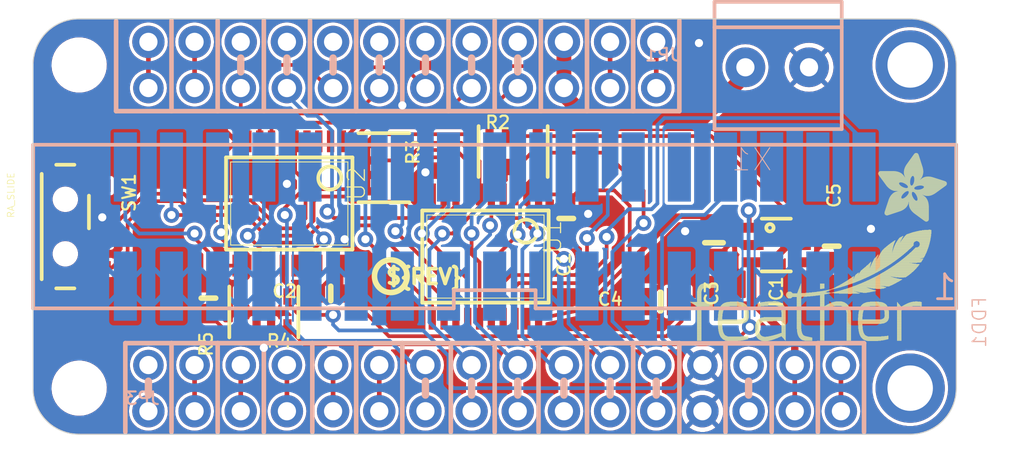
<source format=kicad_pcb>
(kicad_pcb (version 20221018) (generator pcbnew)
  (layers (0 "F.Cu" signal) (31 "B.Cu" signal) (34 "B.Paste" user) (35 "F.Paste" user) (36 "B.SilkS" user "B.Silkscreen") (37 "F.SilkS" user "F.Silkscreen") (38 "B.Mask" user) (39 "F.Mask" user) (44 "Edge.Cuts" user))
  (net 0 "")
  (net 1 "G")
  (net 2 "GND")
  (net 3 "AREF")
  (net 4 "RESET")
  (net 5 "VBAT")
  (net 6 "EN")
  (net 7 "SCL")
  (net 8 "SCK")
  (net 9 "MOSI")
  (net 10 "MISO")
  (net 11 "RX")
  (net 12 "TX")
  (net 13 "SDA")
  (net 14 "DENSITY")
  (net 15 "INDEX")
  (net 16 "SELECT")
  (net 17 "DIRECTION")
  (net 18 "STEP")
  (net 19 "TRACK0")
  (net 20 "READDATA")
  (net 21 "SIDE")
  (net 22 "3.3V")
  (net 23 "MOTOR")
  (net 24 "WRDATA")
  (net 25 "WRGATE")
  (net 26 "5.0V")
  (net 27 "DENSITY_3V")
  (net 28 "SELECT_3V")
  (net 29 "MOTOR_3V")
  (net 30 "DIR_3V")
  (net 31 "STEP_3V")
  (net 32 "WRDATA_3V")
  (net 33 "WRGATE_3V")
  (net 34 "SIDE_3V")
  (net 35 "INDEX_3V")
  (net 36 "TRACK0_3V")
  (net 37 "RDDATA_3V")
  (net 38 "WRPROT")
  (net 39 "READY")
  (net 40 "WRPROT_3V")
  (net 41 "READY_3V")
  (net 42 "N$1")
  (net 43 "USB")
  (net 44 "N$2")
  (net 45 "N$3")
  (footprint "working:RESPACK_4X0603" (layer "F.Cu") (at 135.8011 109.7026 180)
    (fp_text reference "R4")
    (fp_text value "2.2K pack")
  )
  (footprint "working:PLABEL12" (layer "F.Cu") (at 154.9781 110.9726)
    (fp_text reference "PLABEL12" hide)
    (fp_text value "" hide)
  )
  (footprint "working:PLABEL14" (layer "F.Cu") (at 128.3716 105.0671 90)
    (fp_text reference "PLABEL14" hide)
    (fp_text value "" hide)
  )
  (footprint "working:PLABEL6" (layer "F.Cu") (at 134.5311 98.9076)
    (fp_text reference "PLABEL6" hide)
    (fp_text value "" hide)
  )
  (footprint "working:ADAFRUIT_3.5MM" (layer "F.Cu") (at 169.5831 104.7496)
    (fp_text reference "U$28" hide)
    (fp_text value "" hide)
  )
  (footprint "working:PLABEL0" (layer "F.Cu") (at 150.0251 98.9076)
    (fp_text reference "PLABEL0" hide)
    (fp_text value "" hide)
  )
  (footprint "working:PCBFEAT-REV-040" (layer "F.Cu") (at 142.7861 107.7341)
    (fp_text reference "U$26" hide)
    (fp_text value "" hide)
  )
  (footprint "working:0603-NO" (layer "F.Cu") (at 132.7531 108.9406 -90)
    (fp_text reference "R5")
    (fp_text value "2.2K")
  )
  (footprint "working:0603-NO" (layer "F.Cu") (at 139.4841 108.6866 180)
    (fp_text reference "C2")
    (fp_text value "1uF")
  )
  (footprint "working:0603-NO" (layer "F.Cu") (at 152.4381 104.5591 -90)
    (fp_text reference "C1")
    (fp_text value "1uF")
  )
  (footprint "working:PLABEL10" (layer "F.Cu") (at 157.6451 110.9726)
    (fp_text reference "PLABEL10" hide)
    (fp_text value "" hide)
  )
  (footprint "working:PLABEL4" (layer "F.Cu") (at 139.7381 98.9076)
    (fp_text reference "PLABEL4" hide)
    (fp_text value "" hide)
  )
  (footprint "working:SSOP20" (layer "F.Cu") (at 147.9931 106.6546 180)
    (fp_text reference "U1")
    (fp_text value "74AHCT245")
  )
  (footprint "working:FIDUCIAL_1MM" (layer "F.Cu") (at 172.7581 110.2106)
    (fp_text reference "FID2" hide)
    (fp_text value "FIDUCIAL_1MM" hide)
  )
  (footprint "working:SPDT_SMT_SSSS811101" (layer "F.Cu") (at 125.3871 105.0036 -90)
    (fp_text reference "SW1")
    (fp_text value "RA_SLIDE")
  )
  (footprint "working:PLABEL5" (layer "F.Cu") (at 137.0711 98.9076)
    (fp_text reference "PLABEL5" hide)
    (fp_text value "" hide)
  )
  (footprint "working:PLABEL3" (layer "F.Cu") (at 144.6911 98.9076)
    (fp_text reference "PLABEL3" hide)
    (fp_text value "" hide)
  )
  (footprint "working:SSOP20" (layer "F.Cu") (at 137.1981 103.7336 180)
    (fp_text reference "U2")
    (fp_text value "74AHCT245")
  )
  (footprint "working:0805-NO" (layer "F.Cu") (at 157.6451 109.1311 180)
    (fp_text reference "C4")
    (fp_text value "10uF")
  )
  (footprint "working:0805-NO" (layer "F.Cu") (at 160.5661 105.8926 -90)
    (fp_text reference "C3")
    (fp_text value "10uF")
  )
  (footprint "working:FIDUCIAL_1MM" (layer "F.Cu") (at 124.7521 99.4156)
    (fp_text reference "FID1" hide)
    (fp_text value "FIDUCIAL_1MM" hide)
  )
  (footprint "working:PLABEL13" (layer "F.Cu") (at 154.4701 103.6066)
    (fp_text reference "PLABEL13" hide)
    (fp_text value "" hide)
  )
  (footprint "working:PLABEL11" (layer "F.Cu") (at 144.5006 111.2266)
    (fp_text reference "PLABEL11" hide)
    (fp_text value "" hide)
  )
  (footprint "working:RESPACK_4X0603" (layer "F.Cu") (at 149.5171 100.8761)
    (fp_text reference "R2")
    (fp_text value "2.2K pack")
  )
  (footprint "working:PLABEL2" (layer "F.Cu") (at 142.1511 98.9076)
    (fp_text reference "PLABEL2" hide)
    (fp_text value "" hide)
  )
  (footprint "working:RESPACK_4X0603" (layer "F.Cu") (at 142.4051 101.7651 -90)
    (fp_text reference "R3")
    (fp_text value "2.2K pack")
  )
  (footprint "working:PLABEL7" (layer "F.Cu") (at 147.5486 111.1631)
    (fp_text reference "PLABEL7" hide)
    (fp_text value "" hide)
  )
  (footprint "working:FEATHERLOGO_SMALL" (layer "F.Cu") (at 159.1691 111.3536)
    (fp_text reference "U$27" hide)
    (fp_text value "" hide)
  )
  (footprint "working:SOT23-6" (layer "F.Cu") (at 163.9951 106.0196 -90)
    (fp_text reference "IC1")
    (fp_text value "AP3602")
  )
  (footprint "working:PLABEL9" (layer "F.Cu") (at 152.3111 111.0996)
    (fp_text reference "PLABEL9" hide)
    (fp_text value "" hide)
  )
  (footprint "working:PLABEL1" (layer "F.Cu") (at 147.3581 98.9076)
    (fp_text reference "PLABEL1" hide)
    (fp_text value "" hide)
  )
  (footprint "working:PLABEL8" (layer "F.Cu") (at 149.5806 111.2266)
    (fp_text reference "PLABEL8" hide)
    (fp_text value "" hide)
  )
  (footprint "working:0603-NO" (layer "F.Cu") (at 167.0431 106.0831 90)
    (fp_text reference "C5")
    (fp_text value "1uF")
  )
  (footprint "working:PLABEL20" (layer "B.Cu") (at 152.9842 96.4311 180)
    (fp_text reference "PLABEL20" hide)
    (fp_text value "" hide)
  )
  (footprint "working:PLABEL17" (layer "B.Cu") (at 160.9598 114.1603 180)
    (fp_text reference "PLABEL17" hide)
    (fp_text value "" hide)
  )
  (footprint "working:1X16_ROUND" (layer "B.Cu") (at 148.5011 112.6236)
    (fp_text reference "JP3")
    (fp_text value "")
  )
  (footprint "working:PLABEL15" (layer "B.Cu") (at 168.1861 114.1603 180)
    (fp_text reference "PLABEL15" hide)
    (fp_text value "" hide)
  )
  (footprint "working:PLABEL25" (layer "B.Cu") (at 137.5791 114.2111 180)
    (fp_text reference "PLABEL25" hide)
    (fp_text value "" hide)
  )
  (footprint "working:PLABEL35" (layer "B.Cu") (at 123.4186 100.1776 90)
    (fp_text reference "PLABEL35" hide)
    (fp_text value "" hide)
  )
  (footprint "working:TERMBLOCK_1X2-3.5MM" (layer "B.Cu") (at 163.9951 96.2406)
    (fp_text reference "X1")
    (fp_text value "3.5mm" hide)
  )
  (footprint "working:2X17_FLOPPY_SMTIDC" (layer "B.Cu") (at 148.5011 105.0036 90)
    (fp_text reference "FDD1")
    (fp_text value "FLOPPY_IDC_SMT")
  )
  (footprint "working:PLABEL24" (layer "B.Cu") (at 135.0391 114.1476 180)
    (fp_text reference "PLABEL24" hide)
    (fp_text value "" hide)
  )
  (footprint "working:PLABEL31" (layer "B.Cu") (at 159.0421 99.5426 90)
    (fp_text reference "PLABEL31" hide)
    (fp_text value "" hide)
  )
  (footprint "working:PLABEL22" (layer "B.Cu") (at 132.4356 96.4311 180)
    (fp_text reference "PLABEL22" hide)
    (fp_text value "" hide)
  )
  (footprint "working:PLABEL21" (layer "B.Cu") (at 129.8321 96.4311 180)
    (fp_text reference "PLABEL21" hide)
    (fp_text value "" hide)
  )
  (footprint "working:FEATHERWING" (layer "B.Cu") (at 173.9011 116.4336 180)
    (fp_text reference "MS1" hide)
    (fp_text value "FEATHERWING" hide)
    (fp_line (start 0 20.32) (end 0 2.54) (stroke (width 0.05)) (layer "Edge.Cuts"))
    (fp_line (start 2.54 0) (end 48.26 0) (stroke (width 0.05)) (layer "Edge.Cuts"))
    (fp_line (start 48.26 22.86) (end 2.54 22.86) (stroke (width 0.05)) (layer "Edge.Cuts"))
    (fp_line (start 50.8 2.54) (end 50.8 20.32) (stroke (width 0.05)) (layer "Edge.Cuts"))
    (fp_arc (start 0 2.54) (mid 0.743949 0.743949) (end 2.54 0) (stroke (width 0.05)) (layer "Edge.Cuts"))
    (fp_arc (start 2.54 22.86) (mid 0.743949 22.116051) (end 0 20.32) (stroke (width 0.05)) (layer "Edge.Cuts"))
    (fp_arc (start 48.26 0) (mid 50.056051 0.743949) (end 50.8 2.54) (stroke (width 0.05)) (layer "Edge.Cuts"))
    (fp_arc (start 50.8 20.32) (mid 50.056051 22.116051) (end 48.26 22.86) (stroke (width 0.05)) (layer "Edge.Cuts"))
  )
  (footprint "working:PLABEL30" (layer "B.Cu") (at 125.8951 111.5441 90)
    (fp_text reference "PLABEL30" hide)
    (fp_text value "" hide)
  )
  (footprint "working:1X12_ROUND" (layer "B.Cu") (at 143.4211 97.3836 180)
    (fp_text reference "JP1")
    (fp_text value "")
  )
  (footprint "working:PLABEL18" (layer "B.Cu") (at 155.4226 96.4311 180)
    (fp_text reference "PLABEL18" hide)
    (fp_text value "" hide)
  )
  (footprint "working:PLABEL23" (layer "B.Cu") (at 132.6261 114.1476 180)
    (fp_text reference "PLABEL23" hide)
    (fp_text value "" hide)
  )
  (footprint "working:PLABEL27" (layer "B.Cu") (at 142.7353 114.1603 180)
    (fp_text reference "PLABEL27" hide)
    (fp_text value "" hide)
  )
  (footprint "working:PLABEL28" (layer "B.Cu") (at 169.9641 100.1776 90)
    (fp_text reference "PLABEL28" hide)
    (fp_text value "" hide)
  )
  (footprint "working:PLABEL26" (layer "B.Cu") (at 140.2461 114.1476 180)
    (fp_text reference "PLABEL26" hide)
    (fp_text value "" hide)
  )
  (footprint "working:PLABEL16" (layer "B.Cu") (at 165.9509 114.1603 180)
    (fp_text reference "PLABEL16" hide)
    (fp_text value "" hide)
  )
  (footprint "working:PLABEL32" (layer "B.Cu") (at 167.9321 97.8916 90)
    (fp_text reference "PLABEL32" hide)
    (fp_text value "" hide)
  )
  (footprint "working:PLABEL34" (layer "B.Cu") (at 123.2916 113.4491 90)
    (fp_text reference "PLABEL34" hide)
    (fp_text value "" hide)
  )
  (footprint "working:PLABEL19" (layer "B.Cu") (at 158.1531 96.4311 180)
    (fp_text reference "PLABEL19" hide)
    (fp_text value "" hide)
  )
  (footprint "working:PLABEL33" (layer "B.Cu") (at 169.8371 110.6551 90)
    (fp_text reference "PLABEL33" hide)
    (fp_text value "" hide)
  )
  (footprint "working:PLABEL29" (layer "B.Cu") (at 126.1491 100.1141 90)
    (fp_text reference "PLABEL29" hide)
    (fp_text value "" hide)
  )
  (gr_line (start 148.5011 98.6536) (end 148.5011 93.6752) (stroke (width 0.254)) (layer "B.SilkS"))
  (gr_line (start 154.8511 113.5126) (end 154.8511 114.2746) (stroke (width 0.4064)) (layer "B.SilkS"))
  (gr_line (start 143.4211 116.3066) (end 143.4211 111.4171) (stroke (width 0.254)) (layer "B.SilkS"))
  (gr_line (start 146.0881 111.4171) (end 148.5011 111.4171) (stroke (width 0.254)) (layer "B.SilkS"))
  (gr_line (start 156.1211 111.4171) (end 158.6611 111.4171) (stroke (width 0.254)) (layer "B.SilkS"))
  (gr_line (start 133.2611 93.6752) (end 133.2611 98.6536) (stroke (width 0.254)) (layer "B.SilkS"))
  (gr_line (start 128.1811 111.4171) (end 128.1811 116.3066) (stroke (width 0.254)) (layer "B.SilkS"))
  (gr_line (start 151.0411 98.6536) (end 151.0411 93.6752) (stroke (width 0.254)) (layer "B.SilkS"))
  (gr_line (start 145.9611 93.6752) (end 145.9611 98.6536) (stroke (width 0.254)) (layer "B.SilkS"))
  (gr_line (start 140.8811 93.6752) (end 140.8811 98.6536) (stroke (width 0.254)) (layer "B.SilkS"))
  (gr_line (start 133.2611 111.4171) (end 133.2611 116.3066) (stroke (width 0.254)) (layer "B.SilkS"))
  (gr_line (start 166.3065 111.4298) (end 158.6865 111.4298) (stroke (width 0.254)) (layer "B.SilkS"))
  (gr_line (start 138.4681 111.4171) (end 135.8011 111.4171) (stroke (width 0.254)) (layer "B.SilkS"))
  (gr_line (start 156.1211 116.3066) (end 156.1211 111.4171) (stroke (width 0.254)) (layer "B.SilkS"))
  (gr_line (start 158.6611 116.3066) (end 158.6611 111.4171) (stroke (width 0.254)) (layer "B.SilkS"))
  (gr_line (start 163.7411 111.4806) (end 163.7411 116.2939) (stroke (width 0.254)) (layer "B.SilkS"))
  (gr_line (start 138.4681 111.4171) (end 140.8811 111.4171) (stroke (width 0.254)) (layer "B.SilkS"))
  (gr_line (start 153.5811 93.6752) (end 153.5811 98.6536) (stroke (width 0.254)) (layer "B.SilkS"))
  (gr_line (start 149.7711 113.5126) (end 149.7711 114.2746) (stroke (width 0.4064)) (layer "B.SilkS"))
  (gr_line (start 152.3111 113.5126) (end 152.3111 114.2746) (stroke (width 0.4064)) (layer "B.SilkS"))
  (gr_line (start 130.7211 111.4171) (end 128.1811 111.4171) (stroke (width 0.254)) (layer "B.SilkS"))
  (gr_line (start 145.9611 98.6536) (end 140.8811 98.6536) (stroke (width 0.254)) (layer "B.SilkS"))
  (gr_line (start 158.6611 98.6536) (end 156.1211 98.6536) (stroke (width 0.254)) (layer "B.SilkS"))
  (gr_line (start 158.6611 98.6536) (end 158.6611 93.6752) (stroke (width 0.254)) (layer "B.SilkS"))
  (gr_line (start 150.9141 111.4171) (end 156.1211 111.4171) (stroke (width 0.254)) (layer "B.SilkS"))
  (gr_line (start 133.2611 111.4171) (end 130.7211 111.4171) (stroke (width 0.254)) (layer "B.SilkS"))
  (gr_line (start 138.4681 111.4171) (end 138.4681 116.3066) (stroke (width 0.254)) (layer "B.SilkS"))
  (gr_line (start 140.8811 111.4171) (end 143.4211 111.4171) (stroke (width 0.254)) (layer "B.SilkS"))
  (gr_line (start 151.0411 98.6536) (end 148.5011 98.6536) (stroke (width 0.254)) (layer "B.SilkS"))
  (gr_line (start 147.2311 95.7326) (end 147.2311 96.4946) (stroke (width 0.4064)) (layer "B.SilkS"))
  (gr_line (start 142.1511 95.7326) (end 142.1511 96.4946) (stroke (width 0.4064)) (layer "B.SilkS"))
  (gr_line (start 140.8811 116.3066) (end 140.8811 111.4171) (stroke (width 0.254)) (layer "B.SilkS"))
  (gr_line (start 127.6731 98.6536) (end 127.6731 93.7006) (stroke (width 0.254)) (layer "B.SilkS"))
  (gr_line (start 138.3411 98.6536) (end 135.8011 98.6536) (stroke (width 0.254)) (layer "B.SilkS"))
  (gr_line (start 149.7711 95.7326) (end 149.7711 96.4946) (stroke (width 0.4064)) (layer "B.SilkS"))
  (gr_line (start 135.8011 111.4171) (end 135.8011 116.3066) (stroke (width 0.254)) (layer "B.SilkS"))
  (gr_line (start 161.2011 111.4171) (end 163.0426 111.4171) (stroke (width 0.254)) (layer "B.SilkS"))
  (gr_line (start 166.2811 116.3066) (end 166.2811 111.4171) (stroke (width 0.254)) (layer "B.SilkS"))
  (gr_line (start 143.4211 111.4171) (end 146.0881 111.4171) (stroke (width 0.254)) (layer "B.SilkS"))
  (gr_line (start 157.3911 113.5126) (end 157.3911 114.2746) (stroke (width 0.4064)) (layer "B.SilkS"))
  (gr_line (start 139.6111 95.7326) (end 139.6111 96.4946) (stroke (width 0.4064)) (layer "B.SilkS"))
  (gr_line (start 135.8011 98.6536) (end 133.2611 98.6536) (stroke (width 0.254)) (layer "B.SilkS"))
  (gr_line (start 156.1211 93.6752) (end 156.1211 98.6536) (stroke (width 0.254)) (layer "B.SilkS"))
  (gr_line (start 148.5011 111.4171) (end 150.9141 111.4171) (stroke (width 0.254)) (layer "B.SilkS"))
  (gr_line (start 168.8211 111.4171) (end 168.8211 116.3066) (stroke (width 0.254)) (layer "B.SilkS"))
  (gr_line (start 166.2811 111.4171) (end 168.8211 111.4171) (stroke (width 0.254)) (layer "B.SilkS"))
  (gr_line (start 153.5811 111.5441) (end 153.5811 116.3066) (stroke (width 0.254)) (layer "B.SilkS"))
  (gr_line (start 144.6911 95.7326) (end 144.6911 96.4946) (stroke (width 0.4064)) (layer "B.SilkS"))
  (gr_line (start 162.4711 113.5126) (end 162.4711 114.2746) (stroke (width 0.4064)) (layer "B.SilkS"))
  (gr_line (start 138.3411 93.6752) (end 138.3411 98.6536) (stroke (width 0.254)) (layer "B.SilkS"))
  (gr_line (start 130.7211 93.6752) (end 130.7211 98.6536) (stroke (width 0.254)) (layer "B.SilkS"))
  (gr_line (start 153.5811 98.6536) (end 151.0411 98.6536) (stroke (width 0.254)) (layer "B.SilkS"))
  (gr_line (start 129.4511 113.5126) (end 129.4511 114.2746) (stroke (width 0.4064)) (layer "B.SilkS"))
  (gr_line (start 135.8011 111.4171) (end 133.2611 111.4171) (stroke (width 0.254)) (layer "B.SilkS"))
  (gr_line (start 130.7211 98.6536) (end 127.6731 98.6536) (stroke (width 0.254)) (layer "B.SilkS"))
  (gr_line (start 146.0881 111.4171) (end 146.0881 116.3066) (stroke (width 0.254)) (layer "B.SilkS"))
  (gr_line (start 150.9141 116.3066) (end 150.9141 111.4171) (stroke (width 0.254)) (layer "B.SilkS"))
  (gr_line (start 147.2311 113.5126) (end 147.2311 114.2746) (stroke (width 0.4064)) (layer "B.SilkS"))
  (gr_line (start 137.0711 95.7326) (end 137.0711 96.4946) (stroke (width 0.4064)) (layer "B.SilkS"))
  (gr_line (start 148.5011 111.4171) (end 148.5011 116.3066) (stroke (width 0.254)) (layer "B.SilkS"))
  (gr_line (start 143.4211 98.5266) (end 143.4211 93.6752) (stroke (width 0.254)) (layer "B.SilkS"))
  (gr_line (start 135.8011 93.6752) (end 135.8011 98.6536) (stroke (width 0.254)) (layer "B.SilkS"))
  (gr_line (start 133.2611 98.6536) (end 130.7211 98.6536) (stroke (width 0.254)) (layer "B.SilkS"))
  (gr_line (start 134.5311 95.7326) (end 134.5311 96.4946) (stroke (width 0.4064)) (layer "B.SilkS"))
  (gr_line (start 130.7211 111.4171) (end 130.7211 116.3066) (stroke (width 0.254)) (layer "B.SilkS"))
  (gr_line (start 148.5011 98.6536) (end 145.9611 98.6536) (stroke (width 0.254)) (layer "B.SilkS"))
  (gr_line (start 144.6911 113.5126) (end 144.6911 114.2746) (stroke (width 0.4064)) (layer "B.SilkS"))
  (gr_line (start 156.1211 98.6536) (end 153.5811 98.6536) (stroke (width 0.254)) (layer "B.SilkS"))
  (gr_line (start 161.2011 116.3066) (end 161.2011 111.4171) (stroke (width 0.254)) (layer "B.SilkS"))
  (gr_line (start 140.8811 98.6536) (end 138.3411 98.6536) (stroke (width 0.254)) (layer "B.SilkS"))
  (gr_line (start 171.3611 93.5736) (end 125.6411 93.5736) (stroke (width 0.05)) (layer "Edge.Cuts"))
  (gr_arc (start 171.3611 93.5736) (mid 173.157151 94.317549) (end 173.9011 96.1136) (stroke (width 0.05)) (layer "Edge.Cuts"))
  (gr_arc (start 125.6411 116.4336) (mid 123.845049 115.689651) (end 123.1011 113.8936) (stroke (width 0.05)) (layer "Edge.Cuts"))
  (gr_line (start 123.1011 96.1136) (end 123.1011 113.8936) (stroke (width 0.05)) (layer "Edge.Cuts"))
  (gr_arc (start 123.1011 96.1136) (mid 123.845049 94.317549) (end 125.6411 93.5736) (stroke (width 0.05)) (layer "Edge.Cuts"))
  (gr_line (start 125.6411 116.4336) (end 171.3611 116.4336) (stroke (width 0.05)) (layer "Edge.Cuts"))
  (gr_arc (start 173.9011 113.8936) (mid 173.157151 115.689651) (end 171.3611 116.4336) (stroke (width 0.05)) (layer "Edge.Cuts"))
  (gr_line (start 173.9011 113.8936) (end 173.9011 96.1136) (stroke (width 0.05)) (layer "Edge.Cuts"))
  (segment (start 129.4511 115.1636) (end 129.4511 112.6236) (width 0.254) (layer "F.Cu") (net 1))
  (segment (start 139.4731 107.1536) (end 139.4731 106.5386) (width 0.2032) (layer "F.Cu") (net 2))
  (segment (start 142.614031 98.5012) (end 142.779131 98.3361) (width 0.2032) (layer "F.Cu") (net 2))
  (segment (start 139.4731 107.8476) (end 138.6341 108.6866) (width 0.2032) (layer "F.Cu") (net 2))
  (segment (start 142.779131 98.3361) (end 143.4211 98.3361) (width 0.2032) (layer "F.Cu") (net 2))
  (segment (start 139.4731 106.5386) (end 140.2461 105.7656) (width 0.2032) (layer "F.Cu") (net 2))
  (segment (start 140.1231 100.269782) (end 141.891681 98.5012) (width 0.2032) (layer "F.Cu") (net 2))
  (segment (start 153.5421 104.3051) (end 153.4786 104.3686) (width 0.2032) (layer "F.Cu") (net 2))
  (segment (start 139.4731 107.1536) (end 139.4731 107.8476) (width 0.2032) (layer "F.Cu") (net 2))
  (segment (start 153.4786 104.3686) (end 152.4381 105.4091) (width 0.3048) (layer "F.Cu") (net 2))
  (segment (start 153.6446 104.3051) (end 153.5421 104.3051) (width 0.2032) (layer "F.Cu") (net 2))
  (segment (start 141.891681 98.5012) (end 142.614031 98.5012) (width 0.2032) (layer "F.Cu") (net 2))
  (segment (start 140.1231 100.3136) (end 140.1231 100.269782) (width 0.2032) (layer "F.Cu") (net 2))
  (segment (start 140.2461 105.7656) (end 140.2461 105.7021) (width 0.2032) (layer "F.Cu") (net 2))
  (via (at 135.8011 111.6711) (size 0.8564) (drill 0.45) (layers "F.Cu" "B.Cu") (net 2))
  (via (at 140.2461 105.7021) (size 0.8564) (drill 0.45) (layers "F.Cu" "B.Cu") (net 2))
  (via (at 143.4211 98.3361) (size 0.8564) (drill 0.45) (layers "F.Cu" "B.Cu") (net 2))
  (via (at 126.9111 104.4956) (size 0.8564) (drill 0.45) (layers "F.Cu" "B.Cu") (net 2))
  (via (at 158.9786 105.2576) (size 0.8564) (drill 0.45) (layers "F.Cu" "B.Cu") (net 2))
  (via (at 153.6446 104.3051) (size 0.8564) (drill 0.45) (layers "F.Cu" "B.Cu") (net 2))
  (via (at 159.7406 94.9071) (size 0.8564) (drill 0.45) (layers "F.Cu" "B.Cu") (net 2))
  (via (at 169.2021 105.1306) (size 0.8564) (drill 0.45) (layers "F.Cu" "B.Cu") (net 2))
  (via (at 137.0711 102.6541) (size 0.8564) (drill 0.45) (layers "F.Cu" "B.Cu") (net 2))
  (via (at 144.6911 102.0191) (size 0.8564) (drill 0.45) (layers "F.Cu" "B.Cu") (net 2))
  (segment (start 153.5811 106.7816) (end 152.6921 105.8926) (width 0.2032) (layer "B.Cu") (net 2))
  (segment (start 153.5811 108.2816) (end 153.5811 106.7816) (width 0.2032) (layer "B.Cu") (net 2))
  (segment (start 152.6921 105.8926) (end 152.6921 105.2576) (width 0.2032) (layer "B.Cu") (net 2))
  (segment (start 151.0411 106.4006) (end 152.15235 105.28935) (width 0.2032) (layer "B.Cu") (net 2))
  (segment (start 152.15235 105.28935) (end 152.66035 105.28935) (width 0.2032) (layer "B.Cu") (net 2))
  (segment (start 152.66035 105.28935) (end 152.6921 105.2576) (width 0.2032) (layer "B.Cu") (net 2))
  (segment (start 152.6921 105.2576) (end 153.6446 104.3051) (width 0.2032) (layer "B.Cu") (net 2))
  (segment (start 151.0411 108.2816) (end 151.0411 106.4006) (width 0.2032) (layer "B.Cu") (net 2))
  (segment (start 162.4711 112.6236) (end 162.4711 115.1636) (width 0.254) (layer "F.Cu") (net 3))
  (segment (start 167.5511 115.1636) (end 167.5511 112.6236) (width 0.254) (layer "F.Cu") (net 4))
  (segment (start 157.3911 94.8436) (end 157.3911 97.3836) (width 0.254) (layer "F.Cu") (net 5))
  (segment (start 154.8511 94.8436) (end 154.8511 97.3836) (width 0.254) (layer "F.Cu") (net 6))
  (segment (start 131.9911 94.8436) (end 131.9911 97.3836) (width 0.254) (layer "F.Cu") (net 7))
  (segment (start 142.1511 115.1636) (end 142.1511 112.6236) (width 0.254) (layer "F.Cu") (net 8))
  (segment (start 139.6111 112.6236) (end 139.6111 115.1636) (width 0.254) (layer "F.Cu") (net 9))
  (segment (start 137.0711 115.1636) (end 137.0711 112.6236) (width 0.254) (layer "F.Cu") (net 10))
  (segment (start 134.5311 112.6236) (end 134.5311 115.1636) (width 0.254) (layer "F.Cu") (net 11))
  (segment (start 131.9911 112.6236) (end 131.9911 115.1636) (width 0.254) (layer "F.Cu") (net 12))
  (segment (start 129.4511 94.8436) (end 129.4511 97.3836) (width 0.254) (layer "F.Cu") (net 13))
  (segment (start 149.8346 108.1151) (end 153.2636 108.1151) (width 0.2032) (layer "F.Cu") (net 14))
  (segment (start 153.2636 108.1151) (end 154.6606 106.7181) (width 0.2032) (layer "F.Cu") (net 14))
  (segment (start 149.6181 110.0746) (end 149.6181 108.3316) (width 0.2032) (layer "F.Cu") (net 14))
  (segment (start 149.6181 108.3316) (end 149.8346 108.1151) (width 0.2032) (layer "F.Cu") (net 14))
  (segment (start 154.6606 106.7181) (end 154.6606 105.5751) (width 0.2032) (layer "F.Cu") (net 14))
  (via (at 154.6606 105.5751) (size 0.8564) (drill 0.45) (layers "F.Cu" "B.Cu") (net 14))
  (segment (start 157.4546 99.4156) (end 157.4546 103.7336) (width 0.2032) (layer "B.Cu") (net 14))
  (segment (start 157.4546 103.7336) (end 157.1371 104.0511) (width 0.2032) (layer "B.Cu") (net 14))
  (segment (start 168.8211 101.7256) (end 168.8211 100.3046) (width 0.2032) (layer "B.Cu") (net 14))
  (segment (start 155.8671 104.0511) (end 154.50185 105.41635) (width 0.2032) (layer "B.Cu") (net 14))
  (segment (start 157.1371 104.0511) (end 155.8671 104.0511) (width 0.2032) (layer "B.Cu") (net 14))
  (segment (start 167.5511 99.0346) (end 157.8356 99.0346) (width 0.2032) (layer "B.Cu") (net 14))
  (segment (start 154.50185 105.41635) (end 154.6606 105.5751) (width 0.2032) (layer "B.Cu") (net 14))
  (segment (start 168.8211 100.3046) (end 167.5511 99.0346) (width 0.2032) (layer "B.Cu") (net 14))
  (segment (start 157.8356 99.0346) (end 157.4546 99.4156) (width 0.2032) (layer "B.Cu") (net 14))
  (segment (start 139.6111 109.8641) (end 137.7406 109.8641) (width 0.2032) (layer "F.Cu") (net 15))
  (segment (start 137.1011 108.2176) (end 136.8731 107.9896) (width 0.2032) (layer "F.Cu") (net 15))
  (segment (start 137.7406 109.8641) (end 137.1011 109.2246) (width 0.2032) (layer "F.Cu") (net 15))
  (segment (start 136.8731 107.1536) (end 136.8731 107.9896) (width 0.2032) (layer "F.Cu") (net 15))
  (segment (start 137.1011 109.2246) (end 137.1011 108.8526) (width 0.2032) (layer "F.Cu") (net 15))
  (segment (start 137.1011 108.2176) (end 137.1011 108.8526) (width 0.2032) (layer "F.Cu") (net 15))
  (via (at 139.6111 109.8641) (size 0.8564) (drill 0.45) (layers "F.Cu" "B.Cu") (net 15))
  (segment (start 158.6611 113.5761) (end 158.3436 113.8936) (width 0.2032) (layer "B.Cu") (net 15))
  (segment (start 145.9611 112.1156) (end 144.5641 110.7186) (width 0.2032) (layer "B.Cu") (net 15))
  (segment (start 144.5641 110.7186) (end 139.9286 110.7186) (width 0.2032) (layer "B.Cu") (net 15))
  (segment (start 161.2011 101.7256) (end 161.2011 103.2256) (width 0.2032) (layer "B.Cu") (net 15))
  (segment (start 158.6611 113.5761) (end 158.6611 112.1156) (width 0.2032) (layer "B.Cu") (net 15))
  (segment (start 157.7086 111.1631) (end 157.7086 105.4481) (width 0.2032) (layer "B.Cu") (net 15))
  (segment (start 158.3436 113.8936) (end 146.2441 113.8936) (width 0.2032) (layer "B.Cu") (net 15))
  (segment (start 160.0581 104.3686) (end 161.2011 103.2256) (width 0.2032) (layer "B.Cu") (net 15))
  (segment (start 139.9286 110.7186) (end 139.6111 110.4011) (width 0.2032) (layer "B.Cu") (net 15))
  (segment (start 157.7086 105.4481) (end 158.7881 104.3686) (width 0.2032) (layer "B.Cu") (net 15))
  (segment (start 145.9611 113.6106) (end 145.9611 112.1156) (width 0.2032) (layer "B.Cu") (net 15))
  (segment (start 139.6111 110.4011) (end 139.6111 109.8641) (width 0.2032) (layer "B.Cu") (net 15))
  (segment (start 158.7881 104.3686) (end 160.0581 104.3686) (width 0.2032) (layer "B.Cu") (net 15))
  (segment (start 158.6611 112.1156) (end 157.7086 111.1631) (width 0.2032) (layer "B.Cu") (net 15))
  (segment (start 146.2441 113.8936) (end 145.9611 113.6106) (width 0.2032) (layer "B.Cu") (net 15))
  (segment (start 148.9681 110.0746) (end 148.9681 108.0926) (width 0.2032) (layer "F.Cu") (net 16))
  (segment (start 148.9681 108.0926) (end 149.3901 107.6706) (width 0.2032) (layer "F.Cu") (net 16))
  (segment (start 152.9461 107.6706) (end 153.5811 107.0356) (width 0.2032) (layer "F.Cu") (net 16))
  (segment (start 149.3901 107.6706) (end 152.9461 107.6706) (width 0.2032) (layer "F.Cu") (net 16))
  (segment (start 153.5811 105.6386) (end 153.5811 107.0356) (width 0.2032) (layer "F.Cu") (net 16))
  (via (at 153.5811 105.6386) (size 0.8564) (drill 0.45) (layers "F.Cu" "B.Cu") (net 16))
  (segment (start 153.5811 105.6386) (end 153.5811 105.5116) (width 0.2032) (layer "B.Cu") (net 16))
  (segment (start 154.7241 103.1226) (end 156.1211 101.7256) (width 0.2032) (layer "B.Cu") (net 16))
  (segment (start 154.7241 103.1226) (end 154.7241 104.3686) (width 0.2032) (layer "B.Cu") (net 16))
  (segment (start 154.7241 104.3686) (end 153.5811 105.5116) (width 0.2032) (layer "B.Cu") (net 16))
  (segment (start 147.6681 110.0746) (end 147.6681 106.9646) (width 0.2032) (layer "F.Cu") (net 17))
  (segment (start 147.6681 106.9646) (end 147.2311 106.5276) (width 0.2032) (layer "F.Cu") (net 17))
  (segment (start 147.2311 106.5276) (end 147.2311 105.3846) (width 0.2032) (layer "F.Cu") (net 17))
  (via (at 147.2311 105.3846) (size 0.8564) (drill 0.45) (layers "F.Cu" "B.Cu") (net 17))
  (segment (start 147.2311 105.3846) (end 147.2311 104.3686) (width 0.2032) (layer "B.Cu") (net 17))
  (segment (start 147.2311 104.3686) (end 148.5011 103.0986) (width 0.2032) (layer "B.Cu") (net 17))
  (segment (start 148.5011 103.0986) (end 148.5011 101.7256) (width 0.2032) (layer "B.Cu") (net 17))
  (segment (start 147.0181 107.9021) (end 144.5006 105.3846) (width 0.2032) (layer "F.Cu") (net 18))
  (segment (start 147.0181 110.0746) (end 147.0181 107.9021) (width 0.2032) (layer "F.Cu") (net 18))
  (via (at 144.5006 105.3846) (size 0.8564) (drill 0.45) (layers "F.Cu" "B.Cu") (net 18))
  (segment (start 145.9611 103.9241) (end 144.5006 105.3846) (width 0.2032) (layer "B.Cu") (net 18))
  (segment (start 145.9611 103.9241) (end 145.9611 101.7256) (width 0.2032) (layer "B.Cu") (net 18))
  (segment (start 136.3091 106.2736) (end 136.2231 106.3596) (width 0.2032) (layer "F.Cu") (net 19))
  (segment (start 136.2231 107.1536) (end 136.2231 106.3596) (width 0.2032) (layer "F.Cu") (net 19))
  (segment (start 136.2231 108.8306) (end 136.2011 108.8526) (width 0.2032) (layer "F.Cu") (net 19))
  (segment (start 138.5316 106.2736) (end 136.3091 106.2736) (width 0.2032) (layer "F.Cu") (net 19))
  (segment (start 136.2231 107.1536) (end 136.2231 108.8306) (width 0.2032) (layer "F.Cu") (net 19))
  (segment (start 138.5316 106.2736) (end 139.1031 105.7021) (width 0.2032) (layer "F.Cu") (net 19))
  (via (at 139.1031 105.7021) (size 0.8564) (drill 0.45) (layers "F.Cu" "B.Cu") (net 19))
  (segment (start 139.1031 105.7021) (end 139.1031 105.6386) (width 0.2032) (layer "B.Cu") (net 19))
  (segment (start 138.3411 101.7256) (end 138.4046 101.7891) (width 0.2032) (layer "B.Cu") (net 19))
  (segment (start 139.1031 105.6386) (end 138.4046 104.9401) (width 0.2032) (layer "B.Cu") (net 19))
  (segment (start 138.4046 101.7891) (end 138.4046 104.9401) (width 0.2032) (layer "B.Cu") (net 19))
  (segment (start 134.5011 108.2086) (end 134.5011 108.8526) (width 0.2032) (layer "F.Cu") (net 20))
  (segment (start 134.0231 106.2101) (end 133.5151 105.7021) (width 0.2032) (layer "F.Cu") (net 20))
  (segment (start 134.5946 106.2101) (end 134.0231 106.2101) (width 0.2032) (layer "F.Cu") (net 20))
  (segment (start 133.5151 105.3846) (end 133.5151 105.7021) (width 0.2032) (layer "F.Cu") (net 20))
  (segment (start 133.5151 105.3846) (end 133.4516 105.3211) (width 0.2032) (layer "F.Cu") (net 20))
  (segment (start 134.9231 107.7866) (end 134.5011 108.2086) (width 0.2032) (layer "F.Cu") (net 20))
  (segment (start 134.9231 106.5386) (end 134.5946 106.2101) (width 0.2032) (layer "F.Cu") (net 20))
  (segment (start 134.9231 107.1536) (end 134.9231 106.5386) (width 0.2032) (layer "F.Cu") (net 20))
  (segment (start 134.9231 107.1536) (end 134.9231 107.7866) (width 0.2032) (layer "F.Cu") (net 20))
  (via (at 133.4516 105.3211) (size 0.8564) (drill 0.45) (layers "F.Cu" "B.Cu") (net 20))
  (segment (start 133.4516 101.9161) (end 133.4516 105.3211) (width 0.2032) (layer "B.Cu") (net 20))
  (segment (start 133.4516 101.9161) (end 133.2611 101.7256) (width 0.2032) (layer "B.Cu") (net 20))
  (segment (start 138.856625 104.9401) (end 137.908125 105.8886) (width 0.2032) (layer "F.Cu") (net 21))
  (segment (start 136.299925 105.8886) (end 137.908125 105.8886) (width 0.2032) (layer "F.Cu") (net 21))
  (segment (start 138.856625 104.9401) (end 141.7066 104.9401) (width 0.2032) (layer "F.Cu") (net 21))
  (segment (start 141.7066 104.9401) (end 145.7181 108.9516) (width 0.2032) (layer "F.Cu") (net 21))
  (segment (start 145.7181 108.9516) (end 145.7181 110.0746) (width 0.2032) (layer "F.Cu") (net 21))
  (segment (start 134.779925 104.3686) (end 136.299925 105.8886) (width 0.2032) (layer "F.Cu") (net 21))
  (segment (start 130.7211 104.3686) (end 134.779925 104.3686) (width 0.2032) (layer "F.Cu") (net 21))
  (via (at 130.7211 104.3686) (size 0.8564) (drill 0.45) (layers "F.Cu" "B.Cu") (net 21))
  (segment (start 130.7211 104.3686) (end 130.7211 101.7256) (width 0.2032) (layer "B.Cu") (net 21))
  (segment (start 164.6301 106.0196) (end 165.2951 106.0196) (width 0.4064) (layer "F.Cu") (net 22))
  (segment (start 163.6801 106.9696) (end 164.6301 106.0196) (width 0.4064) (layer "F.Cu") (net 22))
  (segment (start 141.5551 100.4651) (end 141.5551 100.2656) (width 0.2032) (layer "F.Cu") (net 22))
  (segment (start 140.1231 107.1536) (end 140.0801 107.1966) (width 0.2032) (layer "F.Cu") (net 22))
  (segment (start 160.4146 100.0261) (end 164.3761 103.9876) (width 0.2032) (layer "F.Cu") (net 22))
  (segment (start 165.0111 112.6236) (end 165.0111 111.4831) (width 0.4064) (layer "F.Cu") (net 22))
  (segment (start 149.9171 100.0261) (end 150.7871 100.0261) (width 0.2032) (layer "F.Cu") (net 22))
  (segment (start 165.0111 111.4831) (end 162.8496 109.3216) (width 0.4064) (layer "F.Cu") (net 22))
  (segment (start 148.4376 97.797282) (end 148.4376 96.6216) (width 0.2032) (layer "F.Cu") (net 22))
  (segment (start 165.0111 115.1636) (end 165.0111 112.6236) (width 0.254) (layer "F.Cu") (net 22))
  (segment (start 157.9601 111.0361) (end 158.7881 110.2081) (width 0.2032) (layer "F.Cu") (net 22))
  (segment (start 146.692281 99.5426) (end 148.4376 97.797282) (width 0.2032) (layer "F.Cu") (net 22))
  (segment (start 164.3761 103.9876) (end 164.3761 106.0196) (width 0.2032) (layer "F.Cu") (net 22))
  (segment (start 140.3341 108.6866) (end 140.0801 108.4326) (width 0.2032) (layer "F.Cu") (net 22))
  (segment (start 162.6951 106.9696) (end 163.6801 106.9696) (width 0.4064) (layer "F.Cu") (net 22))
  (segment (start 141.5551 101.3651) (end 141.5551 100.4651) (width 0.2032) (layer "F.Cu") (net 22))
  (segment (start 142.2781 99.5426) (end 141.5551 100.2656) (width 0.2032) (layer "F.Cu") (net 22))
  (segment (start 148.2171 100.0261) (end 149.1171 100.0261) (width 0.2032) (layer "F.Cu") (net 22))
  (segment (start 148.8821 96.1771) (end 150.4696 96.1771) (width 0.2032) (layer "F.Cu") (net 22))
  (segment (start 151.0411 96.7486) (end 151.0411 99.7721) (width 0.2032) (layer "F.Cu") (net 22))
  (segment (start 141.5551 103.0651) (end 141.5551 102.1651) (width 0.2032) (layer "F.Cu") (net 22))
  (segment (start 162.6591 109.3216) (end 162.6951 109.2856) (width 0.4064) (layer "F.Cu") (net 22))
  (segment (start 158.7881 110.2081) (end 158.7881 109.3216) (width 0.2032) (layer "F.Cu") (net 22))
  (segment (start 142.2781 99.5426) (end 146.692281 99.5426) (width 0.2032) (layer "F.Cu") (net 22))
  (segment (start 151.0411 99.7721) (end 150.7871 100.0261) (width 0.2032) (layer "F.Cu") (net 22))
  (segment (start 158.5951 109.1311) (end 158.7856 109.3216) (width 0.4064) (layer "F.Cu") (net 22))
  (segment (start 150.8171 100.0261) (end 160.4146 100.0261) (width 0.2032) (layer "F.Cu") (net 22))
  (segment (start 142.6836 111.0361) (end 157.9601 111.0361) (width 0.2032) (layer "F.Cu") (net 22))
  (segment (start 141.5551 102.1651) (end 141.5551 101.3651) (width 0.2032) (layer "F.Cu") (net 22))
  (segment (start 140.0801 107.1966) (end 140.0801 108.4326) (width 0.2032) (layer "F.Cu") (net 22))
  (segment (start 150.4696 96.1771) (end 151.0411 96.7486) (width 0.2032) (layer "F.Cu") (net 22))
  (segment (start 150.7871 100.0261) (end 150.8171 100.0261) (width 0.2032) (layer "F.Cu") (net 22))
  (segment (start 162.8496 109.3216) (end 162.6591 109.3216) (width 0.4064) (layer "F.Cu") (net 22))
  (segment (start 148.4376 96.6216) (end 148.8821 96.1771) (width 0.2032) (layer "F.Cu") (net 22))
  (segment (start 158.7856 109.3216) (end 158.7881 109.3216) (width 0.4064) (layer "F.Cu") (net 22))
  (segment (start 140.3341 108.6866) (end 142.6836 111.0361) (width 0.2032) (layer "F.Cu") (net 22))
  (segment (start 149.1171 100.0261) (end 149.9171 100.0261) (width 0.2032) (layer "F.Cu") (net 22))
  (segment (start 162.6951 109.2856) (end 162.6951 106.9696) (width 0.4064) (layer "F.Cu") (net 22))
  (segment (start 158.7881 109.3216) (end 162.6591 109.3216) (width 0.4064) (layer "F.Cu") (net 22))
  (segment (start 164.3761 106.0196) (end 164.6301 106.0196) (width 0.4064) (layer "F.Cu") (net 22))
  (segment (start 148.3181 106.9011) (end 149.7711 105.4481) (width 0.2032) (layer "F.Cu") (net 23))
  (segment (start 148.3181 110.0746) (end 148.3181 106.9011) (width 0.2032) (layer "F.Cu") (net 23))
  (via (at 149.7711 105.4481) (size 0.8564) (drill 0.45) (layers "F.Cu" "B.Cu") (net 23))
  (segment (start 149.8981 103.8846) (end 149.8981 105.3211) (width 0.2032) (layer "B.Cu") (net 23))
  (segment (start 151.0411 102.7416) (end 149.8981 103.8846) (width 0.2032) (layer "B.Cu") (net 23))
  (segment (start 151.0411 102.7416) (end 151.0411 101.7256) (width 0.2032) (layer "B.Cu") (net 23))
  (segment (start 149.7711 105.4481) (end 149.8981 105.3211) (width 0.2032) (layer "B.Cu") (net 23))
  (segment (start 146.3681 110.0746) (end 146.3681 108.5856) (width 0.2032) (layer "F.Cu") (net 24))
  (segment (start 146.3681 108.5856) (end 143.0401 105.2576) (width 0.2032) (layer "F.Cu") (net 24))
  (via (at 143.0401 105.2576) (size 0.8564) (drill 0.45) (layers "F.Cu" "B.Cu") (net 24))
  (segment (start 143.4211 101.7256) (end 143.4211 104.8766) (width 0.2032) (layer "B.Cu") (net 24))
  (segment (start 143.0401 105.2576) (end 143.4211 104.8766) (width 0.2032) (layer "B.Cu") (net 24))
  (segment (start 145.0681 109.3811) (end 141.3891 105.7021) (width 0.2032) (layer "F.Cu") (net 25))
  (segment (start 145.0681 110.0746) (end 145.0681 109.3811) (width 0.2032) (layer "F.Cu") (net 25))
  (via (at 141.3891 105.7021) (size 0.8564) (drill 0.45) (layers "F.Cu" "B.Cu") (net 25))
  (segment (start 141.3891 102.2336) (end 140.8811 101.7256) (width 0.2032) (layer "B.Cu") (net 25))
  (segment (start 141.3891 102.2336) (end 141.3891 105.7021) (width 0.2032) (layer "B.Cu") (net 25))
  (segment (start 152.4381 103.7091) (end 153.1366 103.0106) (width 0.2032) (layer "F.Cu") (net 26))
  (segment (start 162.4711 104.1146) (end 162.5346 104.1781) (width 0.2032) (layer "F.Cu") (net 26))
  (segment (start 160.6931 105.0696) (end 160.5661 104.9426) (width 0.4064) (layer "F.Cu") (net 26))
  (segment (start 134.5011 110.5526) (end 135.4011 110.5526) (width 0.2032) (layer "F.Cu") (net 26))
  (segment (start 162.6951 105.0696) (end 162.5346 105.0696) (width 0.4064) (layer "F.Cu") (net 26))
  (segment (start 160.5661 104.9426) (end 160.0581 104.4346) (width 0.3048) (layer "F.Cu") (net 26))
  (segment (start 133.5151 110.5526) (end 134.5011 110.5526) (width 0.2032) (layer "F.Cu") (net 26))
  (segment (start 152.4381 103.7091) (end 151.9636 103.2346) (width 0.2032) (layer "F.Cu") (net 26))
  (segment (start 150.9181 103.2346) (end 151.9636 103.2346) (width 0.2032) (layer "F.Cu") (net 26))
  (segment (start 137.1011 110.5526) (end 138.0291 111.4806) (width 0.2032) (layer "F.Cu") (net 26))
  (segment (start 132.7531 109.7906) (end 133.5151 110.5526) (width 0.2032) (layer "F.Cu") (net 26))
  (segment (start 160.0581 104.4346) (end 158.4681 104.4346) (width 0.3048) (layer "F.Cu") (net 26))
  (segment (start 162.5346 110.5281) (end 161.5821 111.4806) (width 0.2032) (layer "F.Cu") (net 26))
  (segment (start 153.3303 109.5724) (end 150.9181 110.0746) (width 0.2032) (layer "F.Cu") (net 26))
  (segment (start 136.2011 110.5526) (end 137.1011 110.5526) (width 0.2032) (layer "F.Cu") (net 26))
  (segment (start 135.4011 110.5526) (end 136.2011 110.5526) (width 0.2032) (layer "F.Cu") (net 26))
  (segment (start 155.0806 103.0106) (end 155.9306 103.8606) (width 0.2032) (layer "F.Cu") (net 26))
  (segment (start 153.3303 109.5724) (end 155.9306 106.9721) (width 0.2032) (layer "F.Cu") (net 26))
  (segment (start 155.9306 103.8606) (end 155.9306 106.9721) (width 0.2032) (layer "F.Cu") (net 26))
  (segment (start 158.4681 104.4346) (end 155.9306 106.9721) (width 0.3048) (layer "F.Cu") (net 26))
  (segment (start 161.5821 111.4806) (end 138.0291 111.4806) (width 0.2032) (layer "F.Cu") (net 26))
  (segment (start 162.5346 104.1781) (end 162.5346 105.0696) (width 0.2032) (layer "F.Cu") (net 26))
  (segment (start 155.0806 103.0106) (end 153.1366 103.0106) (width 0.2032) (layer "F.Cu") (net 26))
  (segment (start 162.5346 105.0696) (end 160.6931 105.0696) (width 0.4064) (layer "F.Cu") (net 26))
  (via (at 162.5346 110.5281) (size 0.8564) (drill 0.45) (layers "F.Cu" "B.Cu") (net 26))
  (via (at 162.4711 104.1146) (size 0.8564) (drill 0.45) (layers "F.Cu" "B.Cu") (net 26))
  (segment (start 162.4711 110.5281) (end 162.4711 104.1146) (width 0.2032) (layer "B.Cu") (net 26))
  (segment (start 162.5346 110.5281) (end 162.4711 110.5281) (width 0.2032) (layer "B.Cu") (net 26))
  (segment (start 150.2681 103.2346) (end 150.2681 102.67165) (width 0.2032) (layer "F.Cu") (net 27))
  (segment (start 151.315718 104.5591) (end 151.6126 104.855982) (width 0.2032) (layer "F.Cu") (net 27))
  (segment (start 151.6126 104.855982) (end 151.6126 106.0831) (width 0.2032) (layer "F.Cu") (net 27))
  (segment (start 154.8511 112.6236) (end 154.8511 115.1636) (width 0.254) (layer "F.Cu") (net 27))
  (segment (start 151.044337 104.5591) (end 151.315718 104.5591) (width 0.2032) (layer "F.Cu") (net 27))
  (segment (start 150.8171 102.12265) (end 150.8171 101.7261) (width 0.2032) (layer "F.Cu") (net 27))
  (segment (start 150.8171 102.12265) (end 150.2681 102.67165) (width 0.2032) (layer "F.Cu") (net 27))
  (segment (start 150.2681 103.2346) (end 150.2791 103.7478) (width 0.2032) (layer "F.Cu") (net 27))
  (segment (start 151.6126 106.0831) (end 152.3111 106.7816) (width 0.2032) (layer "F.Cu") (net 27))
  (segment (start 150.2791 103.793863) (end 151.044337 104.5591) (width 0.2032) (layer "F.Cu") (net 27))
  (segment (start 150.2791 103.7478) (end 150.2791 103.793863) (width 0.2032) (layer "F.Cu") (net 27))
  (via (at 152.3111 106.7816) (size 0.8564) (drill 0.45) (layers "F.Cu" "B.Cu") (net 27))
  (segment (start 154.8511 112.6236) (end 152.5651 110.3376) (width 0.2032) (layer "B.Cu") (net 27))
  (segment (start 152.5651 107.0356) (end 152.3111 106.7816) (width 0.2032) (layer "B.Cu") (net 27))
  (segment (start 152.5651 107.0356) (end 152.5651 110.3376) (width 0.2032) (layer "B.Cu") (net 27))
  (segment (start 157.3911 115.1636) (end 157.3911 112.6236) (width 0.254) (layer "F.Cu") (net 28))
  (segment (start 149.6181 102.64865) (end 149.9171 102.34965) (width 0.2032) (layer "F.Cu") (net 28))
  (segment (start 156.6926 104.8131) (end 156.6926 103.0351) (width 0.2032) (layer "F.Cu") (net 28))
  (segment (start 149.6181 103.2346) (end 149.6181 102.64865) (width 0.2032) (layer "F.Cu") (net 28))
  (segment (start 156.6926 103.0351) (end 154.5971 100.9396) (width 0.2032) (layer "F.Cu") (net 28))
  (segment (start 150.5331 100.9396) (end 154.5971 100.9396) (width 0.2032) (layer "F.Cu") (net 28))
  (segment (start 150.5331 100.9396) (end 149.9171 101.5556) (width 0.2032) (layer "F.Cu") (net 28))
  (segment (start 149.9171 102.34965) (end 149.9171 101.7261) (width 0.2032) (layer "F.Cu") (net 28))
  (segment (start 149.9171 101.7261) (end 149.9171 101.5556) (width 0.2032) (layer "F.Cu") (net 28))
  (via (at 156.6926 104.8131) (size 0.8564) (drill 0.45) (layers "F.Cu" "B.Cu") (net 28))
  (segment (start 156.6926 104.8131) (end 156.5656 104.8131) (width 0.2032) (layer "B.Cu") (net 28))
  (segment (start 156.5656 104.8131) (end 154.9781 106.4006) (width 0.2032) (layer "B.Cu") (net 28))
  (segment (start 154.9781 106.4006) (end 154.9781 110.2106) (width 0.2032) (layer "B.Cu") (net 28))
  (segment (start 154.9781 110.2106) (end 157.3911 112.6236) (width 0.2032) (layer "B.Cu") (net 28))
  (segment (start 148.9681 103.2346) (end 148.9681 102.5874) (width 0.2032) (layer "F.Cu") (net 29))
  (segment (start 150.8506 105.3846) (end 150.7871 105.3846) (width 0.2032) (layer "F.Cu") (net 29))
  (segment (start 148.9681 104.0101) (end 148.9681 103.2346) (width 0.2032) (layer "F.Cu") (net 29))
  (segment (start 149.4949 104.5369) (end 148.9681 104.0101) (width 0.2032) (layer "F.Cu") (net 29))
  (segment (start 150.7871 105.3846) (end 149.9394 104.5369) (width 0.2032) (layer "F.Cu") (net 29))
  (segment (start 149.9394 104.5369) (end 149.4949 104.5369) (width 0.2032) (layer "F.Cu") (net 29))
  (segment (start 149.1171 101.7261) (end 149.1171 102.4384) (width 0.2032) (layer "F.Cu") (net 29))
  (segment (start 149.1171 102.4384) (end 148.9681 102.5874) (width 0.2032) (layer "F.Cu") (net 29))
  (segment (start 152.3111 115.1636) (end 152.3111 112.6236) (width 0.254) (layer "F.Cu") (net 29))
  (via (at 150.8506 105.3846) (size 0.8564) (drill 0.45) (layers "F.Cu" "B.Cu") (net 29))
  (segment (start 150.8506 105.3846) (end 150.8506 105.4481) (width 0.2032) (layer "B.Cu") (net 29))
  (segment (start 150.0251 106.2736) (end 150.0251 111.0361) (width 0.2032) (layer "B.Cu") (net 29))
  (segment (start 152.3111 112.6236) (end 151.6126 112.6236) (width 0.2032) (layer "B.Cu") (net 29))
  (segment (start 151.6126 112.6236) (end 150.0251 111.0361) (width 0.2032) (layer "B.Cu") (net 29))
  (segment (start 150.8506 105.4481) (end 150.0251 106.2736) (width 0.2032) (layer "B.Cu") (net 29))
  (segment (start 148.2171 101.7261) (end 148.3181 101.8271) (width 0.2032) (layer "F.Cu") (net 30))
  (segment (start 148.3181 103.2346) (end 148.3181 104.9401) (width 0.2032) (layer "F.Cu") (net 30))
  (segment (start 148.3181 101.8271) (end 148.3181 103.2346) (width 0.2032) (layer "F.Cu") (net 30))
  (segment (start 149.7711 112.6236) (end 149.7711 115.1636) (width 0.254) (layer "F.Cu") (net 30))
  (segment (start 148.2471 104.9401) (end 148.3181 104.9401) (width 0.2032) (layer "F.Cu") (net 30))
  (via (at 148.2471 104.9401) (size 0.8564) (drill 0.45) (layers "F.Cu" "B.Cu") (net 30))
  (segment (start 148.2471 104.9401) (end 148.2471 105.4481) (width 0.2032) (layer "B.Cu") (net 30))
  (segment (start 147.4216 106.2736) (end 147.4216 110.2741) (width 0.2032) (layer "B.Cu") (net 30))
  (segment (start 147.4216 110.2741) (end 149.7711 112.6236) (width 0.2032) (layer "B.Cu") (net 30))
  (segment (start 148.2471 105.4481) (end 147.4216 106.2736) (width 0.2032) (layer "B.Cu") (net 30))
  (segment (start 147.6681 103.2346) (end 147.6681 103.9015) (width 0.2032) (layer "F.Cu") (net 31))
  (segment (start 147.6681 103.9015) (end 146.185 105.3846) (width 0.2032) (layer "F.Cu") (net 31))
  (segment (start 147.6681 101.409282) (end 147.6681 103.2346) (width 0.2032) (layer "F.Cu") (net 31))
  (segment (start 147.2311 115.1636) (end 147.2311 112.6236) (width 0.254) (layer "F.Cu") (net 31))
  (segment (start 146.185 105.3846) (end 145.6135 105.3846) (width 0.2032) (layer "F.Cu") (net 31))
  (segment (start 146.660418 100.4016) (end 143.3186 100.4016) (width 0.2032) (layer "F.Cu") (net 31))
  (segment (start 146.660418 100.4016) (end 147.6681 101.409282) (width 0.2032) (layer "F.Cu") (net 31))
  (segment (start 143.2551 100.4651) (end 143.3186 100.4016) (width 0.2032) (layer "F.Cu") (net 31))
  (via (at 145.6135 105.3846) (size 0.8564) (drill 0.45) (layers "F.Cu" "B.Cu") (net 31))
  (segment (start 144.915 106.2736) (end 144.915 110.2741) (width 0.2032) (layer "B.Cu") (net 31))
  (segment (start 145.6135 105.3846) (end 145.6135 105.5751) (width 0.2032) (layer "B.Cu") (net 31))
  (segment (start 147.2311 112.6236) (end 147.2311 112.5902) (width 0.2032) (layer "B.Cu") (net 31))
  (segment (start 147.2311 112.5902) (end 144.915 110.2741) (width 0.2032) (layer "B.Cu") (net 31))
  (segment (start 145.6135 105.5751) (end 144.915 106.2736) (width 0.2032) (layer "B.Cu") (net 31))
  (segment (start 146.3866 100.7936) (end 144.2076 100.7936) (width 0.2032) (layer "F.Cu") (net 32))
  (segment (start 146.9136 99.9236) (end 142.4686 99.9236) (width 0.2032) (layer "F.Cu") (net 32))
  (segment (start 142.4686 99.9236) (end 142.4686 101.3651) (width 0.2032) (layer "F.Cu") (net 32))
  (segment (start 149.4536 97.3836) (end 146.9136 99.9236) (width 0.2032) (layer "F.Cu") (net 32))
  (segment (start 149.4536 97.3836) (end 149.7711 97.3836) (width 0.2032) (layer "F.Cu") (net 32))
  (segment (start 142.4686 101.3651) (end 143.2551 101.3651) (width 0.2032) (layer "F.Cu") (net 32))
  (segment (start 147.0181 101.4251) (end 147.0181 103.2346) (width 0.2032) (layer "F.Cu") (net 32))
  (segment (start 143.2551 101.3651) (end 143.6361 101.3651) (width 0.2032) (layer "F.Cu") (net 32))
  (segment (start 144.2076 100.7936) (end 143.6361 101.3651) (width 0.2032) (layer "F.Cu") (net 32))
  (segment (start 146.3866 100.7936) (end 147.0181 101.4251) (width 0.2032) (layer "F.Cu") (net 32))
  (segment (start 149.7711 94.8436) (end 149.7711 97.3836) (width 0.254) (layer "B.Cu") (net 32))
  (segment (start 138.0962 104.546763) (end 137.541762 105.1012) (width 0.2032) (layer "F.Cu") (net 33))
  (segment (start 126.6291 105.7536) (end 126.729362 105.7536) (width 0.2032) (layer "F.Cu") (net 33))
  (segment (start 129.282762 103.2002) (end 126.729362 105.7536) (width 0.2032) (layer "F.Cu") (net 33))
  (segment (start 135.0912 103.5558) (end 136.6366 105.1012) (width 0.2032) (layer "F.Cu") (net 33))
  (segment (start 138.0962 103.4705) (end 138.0962 104.546763) (width 0.2032) (layer "F.Cu") (net 33))
  (segment (start 147.1676 97.3836) (end 147.2311 97.3836) (width 0.2032) (layer "F.Cu") (net 33))
  (segment (start 140.7541 100.1776) (end 140.7541 102.9462) (width 0.2032) (layer "F.Cu") (net 33))
  (segment (start 131.397437 103.2002) (end 131.753037 103.5558) (width 0.2032) (layer "F.Cu") (net 33))
  (segment (start 140.7541 102.9462) (end 138.6205 102.9462) (width 0.2032) (layer "F.Cu") (net 33))
  (segment (start 138.6205 102.9462) (end 138.0962 103.4705) (width 0.2032) (layer "F.Cu") (net 33))
  (segment (start 145.3896 99.1616) (end 147.1676 97.3836) (width 0.2032) (layer "F.Cu") (net 33))
  (segment (start 141.7701 99.1616) (end 145.3896 99.1616) (width 0.2032) (layer "F.Cu") (net 33))
  (segment (start 136.6366 105.1012) (end 137.541762 105.1012) (width 0.2032) (layer "F.Cu") (net 33))
  (segment (start 131.753037 103.5558) (end 135.0912 103.5558) (width 0.2032) (layer "F.Cu") (net 33))
  (segment (start 147.2311 94.8436) (end 147.2311 97.3836) (width 0.254) (layer "F.Cu") (net 33))
  (segment (start 140.7541 100.1776) (end 141.7701 99.1616) (width 0.2032) (layer "F.Cu") (net 33))
  (segment (start 129.282762 103.2002) (end 131.397437 103.2002) (width 0.2032) (layer "F.Cu") (net 33))
  (segment (start 146.3681 103.2346) (end 146.3681 101.7911) (width 0.2032) (layer "F.Cu") (net 34))
  (segment (start 146.3681 103.8346) (end 145.669 104.5337) (width 0.2032) (layer "F.Cu") (net 34))
  (segment (start 139.649412 104.5337) (end 145.669 104.5337) (width 0.2032) (layer "F.Cu") (net 34))
  (segment (start 146.3681 103.2346) (end 146.3681 103.8346) (width 0.2032) (layer "F.Cu") (net 34))
  (segment (start 143.2551 102.1651) (end 143.5291 102.1651) (width 0.2032) (layer "F.Cu") (net 34))
  (segment (start 145.7706 101.1936) (end 144.5006 101.1936) (width 0.2032) (layer "F.Cu") (net 34))
  (segment (start 146.3681 101.7911) (end 145.7706 101.1936) (width 0.2032) (layer "F.Cu") (net 34))
  (segment (start 139.297812 104.1821) (end 139.649412 104.5337) (width 0.2032) (layer "F.Cu") (net 34))
  (segment (start 144.5006 101.1936) (end 143.5291 102.1651) (width 0.2032) (layer "F.Cu") (net 34))
  (via (at 139.297812 104.1821) (size 0.8564) (drill 0.45) (layers "F.Cu" "B.Cu") (net 34))
  (segment (start 139.551812 99.737313) (end 139.551812 103.9281) (width 0.2032) (layer "B.Cu") (net 34))
  (segment (start 137.0711 97.7646) (end 137.0711 97.3836) (width 0.2032) (layer "B.Cu") (net 34))
  (segment (start 139.551812 99.737313) (end 138.7221 98.9076) (width 0.2032) (layer "B.Cu") (net 34))
  (segment (start 139.297812 104.1821) (end 139.551812 103.9281) (width 0.2032) (layer "B.Cu") (net 34))
  (segment (start 138.2141 98.9076) (end 137.0711 97.7646) (width 0.2032) (layer "B.Cu") (net 34))
  (segment (start 137.0711 94.8436) (end 137.0711 97.3836) (width 0.254) (layer "B.Cu") (net 34))
  (segment (start 138.7221 98.9076) (end 138.2141 98.9076) (width 0.2032) (layer "B.Cu") (net 34))
  (segment (start 137.5231 101.9646) (end 137.5231 100.3136) (width 0.2032) (layer "F.Cu") (net 35))
  (segment (start 137.9041 102.3456) (end 137.9041 103.0276) (width 0.2032) (layer "F.Cu") (net 35))
  (segment (start 144.6911 112.6236) (end 144.6911 115.1636) (width 0.254) (layer "F.Cu") (net 35))
  (segment (start 137.9041 102.3456) (end 137.5231 101.9646) (width 0.2032) (layer "F.Cu") (net 35))
  (segment (start 137.9041 103.0276) (end 136.9568 103.9749) (width 0.2032) (layer "F.Cu") (net 35))
  (segment (start 136.9568 104.3686) (end 136.9568 103.9749) (width 0.2032) (layer "F.Cu") (net 35))
  (via (at 136.9568 104.3686) (size 0.8564) (drill 0.45) (layers "F.Cu" "B.Cu") (net 35))
  (segment (start 137.0711 104.4829) (end 136.9568 104.3686) (width 0.2032) (layer "B.Cu") (net 35))
  (segment (start 144.6911 112.6236) (end 144.0561 112.6236) (width 0.2032) (layer "B.Cu") (net 35))
  (segment (start 142.7226 111.2901) (end 138.0236 111.2901) (width 0.2032) (layer "B.Cu") (net 35))
  (segment (start 144.0561 112.6236) (end 142.7226 111.2901) (width 0.2032) (layer "B.Cu") (net 35))
  (segment (start 138.0236 111.2901) (end 137.0711 110.3376) (width 0.2032) (layer "B.Cu") (net 35))
  (segment (start 137.0711 104.4829) (end 137.0711 110.3376) (width 0.2032) (layer "B.Cu") (net 35))
  (segment (start 136.8731 99.6136) (end 137.1981 99.2886) (width 0.2032) (layer "F.Cu") (net 36))
  (segment (start 142.1511 97.5106) (end 142.1511 97.3836) (width 0.2032) (layer "F.Cu") (net 36))
  (segment (start 137.1981 99.2886) (end 140.3731 99.2886) (width 0.2032) (layer "F.Cu") (net 36))
  (segment (start 140.3731 99.2886) (end 142.1511 97.5106) (width 0.2032) (layer "F.Cu") (net 36))
  (segment (start 136.8731 100.3136) (end 136.8731 99.6136) (width 0.2032) (layer "F.Cu") (net 36))
  (segment (start 142.1511 97.3836) (end 142.1511 94.8436) (width 0.254) (layer "B.Cu") (net 36))
  (segment (start 139.6111 94.8436) (end 139.6111 97.3836) (width 0.254) (layer "F.Cu") (net 37))
  (segment (start 136.4361 96.1136) (end 138.0871 96.1136) (width 0.2032) (layer "F.Cu") (net 37))
  (segment (start 139.3571 97.3836) (end 139.6111 97.3836) (width 0.2032) (layer "F.Cu") (net 37))
  (segment (start 135.5731 99.1356) (end 135.8011 98.9076) (width 0.2032) (layer "F.Cu") (net 37))
  (segment (start 135.8011 98.9076) (end 135.8011 96.7486) (width 0.2032) (layer "F.Cu") (net 37))
  (segment (start 138.0871 96.1136) (end 139.3571 97.3836) (width 0.2032) (layer "F.Cu") (net 37))
  (segment (start 135.5731 100.3136) (end 135.5731 99.1356) (width 0.2032) (layer "F.Cu") (net 37))
  (segment (start 135.8011 96.7486) (end 136.4361 96.1136) (width 0.2032) (layer "F.Cu") (net 37))
  (segment (start 135.5731 107.1536) (end 135.5731 108.6806) (width 0.2032) (layer "F.Cu") (net 38))
  (segment (start 135.5731 106.1726) (end 135.5731 107.1536) (width 0.2032) (layer "F.Cu") (net 38))
  (segment (start 134.9121 105.5116) (end 135.5731 106.1726) (width 0.2032) (layer "F.Cu") (net 38))
  (segment (start 135.5731 108.6806) (end 135.4011 108.8526) (width 0.2032) (layer "F.Cu") (net 38))
  (via (at 134.9121 105.5116) (size 0.8564) (drill 0.45) (layers "F.Cu" "B.Cu") (net 38))
  (segment (start 135.8011 104.6226) (end 134.9121 105.5116) (width 0.2032) (layer "B.Cu") (net 38))
  (segment (start 135.8011 101.7256) (end 135.8011 104.6226) (width 0.2032) (layer "B.Cu") (net 38))
  (segment (start 132.7531 108.0906) (end 132.7531 106.4006) (width 0.2032) (layer "F.Cu") (net 39))
  (segment (start 131.9911 105.6386) (end 131.9911 105.3846) (width 0.2032) (layer "F.Cu") (net 39))
  (segment (start 132.7531 106.4006) (end 131.9911 105.6386) (width 0.2032) (layer "F.Cu") (net 39))
  (segment (start 133.6901 107.1536) (end 132.7531 108.0906) (width 0.2032) (layer "F.Cu") (net 39))
  (segment (start 133.6901 107.1536) (end 134.2731 107.1536) (width 0.2032) (layer "F.Cu") (net 39))
  (via (at 131.9911 105.3846) (size 0.8564) (drill 0.45) (layers "F.Cu" "B.Cu") (net 39))
  (segment (start 131.9911 105.3846) (end 128.9431 105.3846) (width 0.2032) (layer "B.Cu") (net 39))
  (segment (start 128.9431 105.3846) (end 128.1811 104.6226) (width 0.2032) (layer "B.Cu") (net 39))
  (segment (start 128.1811 104.6226) (end 128.1811 101.7256) (width 0.2032) (layer "B.Cu") (net 39))
  (segment (start 136.6901 98.7806) (end 140.2461 98.7806) (width 0.2032) (layer "F.Cu") (net 40))
  (segment (start 140.2461 98.7806) (end 140.8811 98.1456) (width 0.2032) (layer "F.Cu") (net 40))
  (segment (start 141.3891 96.2406) (end 143.5481 96.2406) (width 0.2032) (layer "F.Cu") (net 40))
  (segment (start 140.8811 98.1456) (end 140.8811 96.7486) (width 0.2032) (layer "F.Cu") (net 40))
  (segment (start 136.2231 99.2476) (end 136.6901 98.7806) (width 0.2032) (layer "F.Cu") (net 40))
  (segment (start 143.5481 96.2406) (end 144.6911 97.3836) (width 0.2032) (layer "F.Cu") (net 40))
  (segment (start 140.8811 96.7486) (end 141.3891 96.2406) (width 0.2032) (layer "F.Cu") (net 40))
  (segment (start 136.2231 100.3136) (end 136.2231 99.2476) (width 0.2032) (layer "F.Cu") (net 40))
  (segment (start 144.6911 97.3836) (end 144.6911 94.8436) (width 0.254) (layer "B.Cu") (net 40))
  (segment (start 134.5311 98.9076) (end 134.5311 97.3836) (width 0.2032) (layer "F.Cu") (net 41))
  (segment (start 134.9231 99.2996) (end 134.5311 98.9076) (width 0.2032) (layer "F.Cu") (net 41))
  (segment (start 134.5311 94.8436) (end 134.5311 97.3836) (width 0.254) (layer "F.Cu") (net 41))
  (segment (start 134.9231 100.3136) (end 134.9231 99.2996) (width 0.2032) (layer "F.Cu") (net 41))
  (segment (start 131.2291 103.6066) (end 129.4511 103.6066) (width 0.2032) (layer "F.Cu") (net 42))
  (segment (start 140.5881 103.6366) (end 140.3041 103.3526) (width 0.2032) (layer "F.Cu") (net 42))
  (segment (start 143.9291 104.1146) (end 143.44835 103.63385) (width 0.2032) (layer "F.Cu") (net 42))
  (segment (start 143.2551 103.6366) (end 140.5881 103.6366) (width 0.2032) (layer "F.Cu") (net 42))
  (segment (start 134.922862 103.9622) (end 131.5847 103.9622) (width 0.2032) (layer "F.Cu") (net 42))
  (segment (start 131.5847 103.9622) (end 131.2291 103.6066) (width 0.2032) (layer "F.Cu") (net 42))
  (segment (start 143.4456 103.6366) (end 143.2551 103.6366) (width 0.2032) (layer "F.Cu") (net 42))
  (segment (start 138.5407 104.677) (end 137.7101 105.5076) (width 0.2032) (layer "F.Cu") (net 42))
  (segment (start 137.7101 105.5076) (end 136.468262 105.5076) (width 0.2032) (layer "F.Cu") (net 42))
  (segment (start 145.7181 103.8496) (end 145.4531 104.1146) (width 0.2032) (layer "F.Cu") (net 42))
  (segment (start 140.3041 103.3526) (end 138.816418 103.3526) (width 0.2032) (layer "F.Cu") (net 42))
  (segment (start 138.816418 103.3526) (end 138.5407 103.628319) (width 0.2032) (layer "F.Cu") (net 42))
  (segment (start 136.468262 105.5076) (end 134.922862 103.9622) (width 0.2032) (layer "F.Cu") (net 42))
  (segment (start 145.4531 104.1146) (end 143.9291 104.1146) (width 0.2032) (layer "F.Cu") (net 42))
  (segment (start 128.3081 106.4006) (end 127.4551 107.2536) (width 0.2032) (layer "F.Cu") (net 42))
  (segment (start 143.44835 103.63385) (end 143.4456 103.6366) (width 0.2032) (layer "F.Cu") (net 42))
  (segment (start 138.5407 103.628319) (end 138.5407 104.677) (width 0.2032) (layer "F.Cu") (net 42))
  (segment (start 127.4551 107.2536) (end 126.6291 107.2536) (width 0.2032) (layer "F.Cu") (net 42))
  (segment (start 128.3081 104.7496) (end 128.3081 106.4006) (width 0.2032) (layer "F.Cu") (net 42))
  (segment (start 129.4511 103.6066) (end 128.3081 104.7496) (width 0.2032) (layer "F.Cu") (net 42))
  (segment (start 143.2551 103.0651) (end 143.2551 103.6366) (width 0.2032) (layer "F.Cu") (net 42))
  (segment (start 145.7181 103.2346) (end 145.7181 103.8496) (width 0.2032) (layer "F.Cu") (net 42))
  (segment (start 159.9311 99.0346) (end 162.2951 96.6706) (width 0.8128) (layer "F.Cu") (net 43))
  (segment (start 152.3111 97.3836) (end 152.3111 97.7646) (width 0.8128) (layer "F.Cu") (net 43))
  (segment (start 162.2951 96.6706) (end 162.2951 96.2406) (width 0.8128) (layer "F.Cu") (net 43))
  (segment (start 153.5811 99.0346) (end 159.9311 99.0346) (width 0.8128) (layer "F.Cu") (net 43))
  (segment (start 152.3111 94.8436) (end 152.3111 97.3836) (width 0.8128) (layer "F.Cu") (net 43))
  (segment (start 152.3111 97.7646) (end 153.5811 99.0346) (width 0.8128) (layer "F.Cu") (net 43))
  (segment (start 166.951625 105.0696) (end 167.0431 105.2331) (width 0.4064) (layer "F.Cu") (net 44))
  (segment (start 165.2951 105.0696) (end 166.951625 105.0696) (width 0.4064) (layer "F.Cu") (net 44))
  (segment (start 165.2951 106.9696) (end 166.871415 106.9696) (width 0.4064) (layer "F.Cu") (net 45))
  (segment (start 166.871415 106.9696) (end 167.0431 106.9331) (width 0.4064) (layer "F.Cu") (net 45))
  (zone (net 2) (net_name "GND") (layer "F.Cu") (priority 6) (connect_pads (clearance 0.000001)) (min_thickness 0.1016) (fill yes (thermal_gap 0.2532) (thermal_bridge_width 0.2532))
    (polygon (pts (xy 174.0027 116.5352) (xy 122.9995 116.5352) (xy 122.9995 93.472) (xy 174.0027 93.472)))
  )
  (zone (net 2) (net_name "GND") (layer "B.Cu") (priority 6) (connect_pads (clearance 0.000001)) (min_thickness 0.1016) (fill yes (thermal_gap 0.2532) (thermal_bridge_width 0.2532))
    (polygon (pts (xy 174.0027 116.5352) (xy 122.9995 116.5352) (xy 122.9995 93.472) (xy 174.0027 93.472)))
  )
)
</source>
